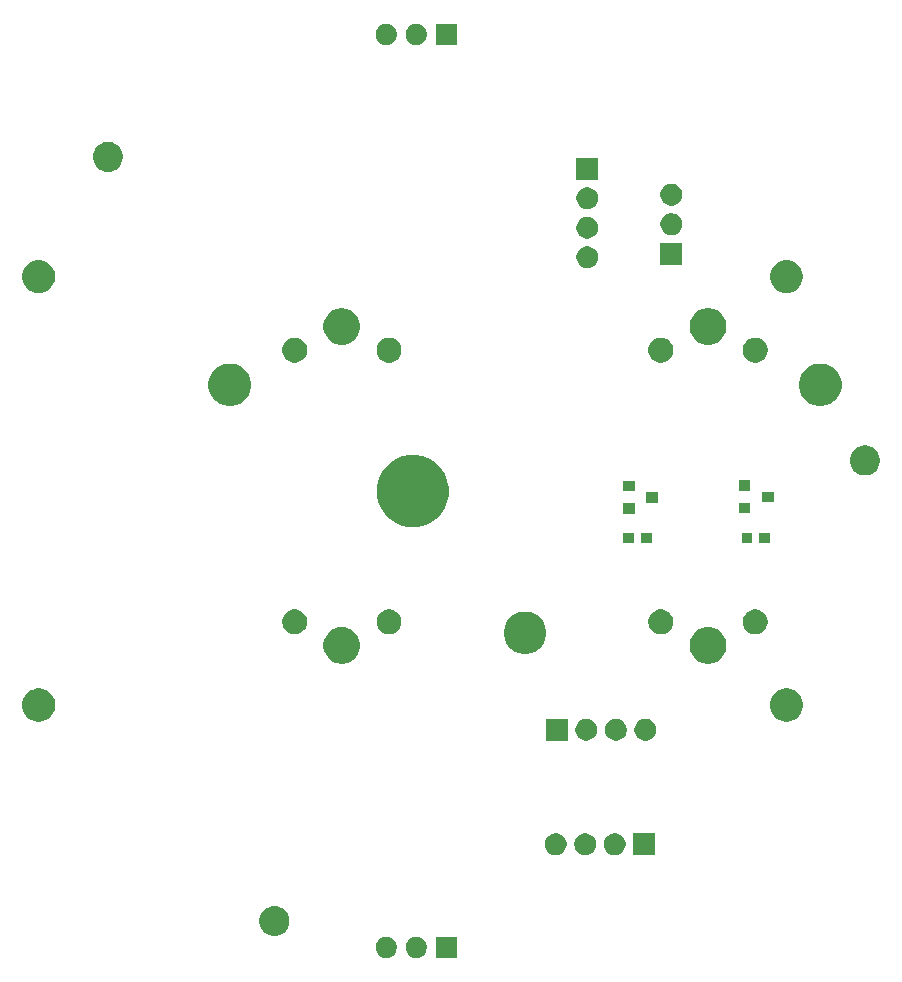
<source format=gbr>
G04 #@! TF.GenerationSoftware,KiCad,Pcbnew,(5.1.5)-3*
G04 #@! TF.CreationDate,2020-09-03T14:04:58+02:00*
G04 #@! TF.ProjectId,StepperClockMotor,53746570-7065-4724-936c-6f636b4d6f74,v1.1*
G04 #@! TF.SameCoordinates,Original*
G04 #@! TF.FileFunction,Soldermask,Bot*
G04 #@! TF.FilePolarity,Negative*
%FSLAX46Y46*%
G04 Gerber Fmt 4.6, Leading zero omitted, Abs format (unit mm)*
G04 Created by KiCad (PCBNEW (5.1.5)-3) date 2020-09-03 14:04:58*
%MOMM*%
%LPD*%
G04 APERTURE LIST*
%ADD10C,0.100000*%
G04 APERTURE END LIST*
D10*
G36*
X98411312Y-180654667D02*
G01*
X98560612Y-180684364D01*
X98724584Y-180752284D01*
X98872154Y-180850887D01*
X98997653Y-180976386D01*
X99096256Y-181123956D01*
X99164176Y-181287928D01*
X99198800Y-181461999D01*
X99198800Y-181639481D01*
X99164176Y-181813552D01*
X99096256Y-181977524D01*
X98997653Y-182125094D01*
X98872154Y-182250593D01*
X98724584Y-182349196D01*
X98560612Y-182417116D01*
X98411312Y-182446813D01*
X98386542Y-182451740D01*
X98209058Y-182451740D01*
X98184288Y-182446813D01*
X98034988Y-182417116D01*
X97871016Y-182349196D01*
X97723446Y-182250593D01*
X97597947Y-182125094D01*
X97499344Y-181977524D01*
X97431424Y-181813552D01*
X97396800Y-181639481D01*
X97396800Y-181461999D01*
X97431424Y-181287928D01*
X97499344Y-181123956D01*
X97597947Y-180976386D01*
X97723446Y-180850887D01*
X97871016Y-180752284D01*
X98034988Y-180684364D01*
X98184288Y-180654667D01*
X98209058Y-180649740D01*
X98386542Y-180649740D01*
X98411312Y-180654667D01*
G37*
G36*
X100951312Y-180654667D02*
G01*
X101100612Y-180684364D01*
X101264584Y-180752284D01*
X101412154Y-180850887D01*
X101537653Y-180976386D01*
X101636256Y-181123956D01*
X101704176Y-181287928D01*
X101738800Y-181461999D01*
X101738800Y-181639481D01*
X101704176Y-181813552D01*
X101636256Y-181977524D01*
X101537653Y-182125094D01*
X101412154Y-182250593D01*
X101264584Y-182349196D01*
X101100612Y-182417116D01*
X100951312Y-182446813D01*
X100926542Y-182451740D01*
X100749058Y-182451740D01*
X100724288Y-182446813D01*
X100574988Y-182417116D01*
X100411016Y-182349196D01*
X100263446Y-182250593D01*
X100137947Y-182125094D01*
X100039344Y-181977524D01*
X99971424Y-181813552D01*
X99936800Y-181639481D01*
X99936800Y-181461999D01*
X99971424Y-181287928D01*
X100039344Y-181123956D01*
X100137947Y-180976386D01*
X100263446Y-180850887D01*
X100411016Y-180752284D01*
X100574988Y-180684364D01*
X100724288Y-180654667D01*
X100749058Y-180649740D01*
X100926542Y-180649740D01*
X100951312Y-180654667D01*
G37*
G36*
X104278800Y-182451740D02*
G01*
X102476800Y-182451740D01*
X102476800Y-180649740D01*
X104278800Y-180649740D01*
X104278800Y-182451740D01*
G37*
G36*
X89083565Y-178075143D02*
G01*
X89206245Y-178099545D01*
X89437371Y-178195281D01*
X89645378Y-178334267D01*
X89822273Y-178511162D01*
X89961259Y-178719169D01*
X90056995Y-178950295D01*
X90105800Y-179195656D01*
X90105800Y-179445824D01*
X90056995Y-179691185D01*
X89961259Y-179922311D01*
X89822273Y-180130318D01*
X89645378Y-180307213D01*
X89437371Y-180446199D01*
X89206245Y-180541935D01*
X89083564Y-180566338D01*
X88960885Y-180590740D01*
X88710715Y-180590740D01*
X88588036Y-180566338D01*
X88465355Y-180541935D01*
X88234229Y-180446199D01*
X88026222Y-180307213D01*
X87849327Y-180130318D01*
X87710341Y-179922311D01*
X87614605Y-179691185D01*
X87565800Y-179445824D01*
X87565800Y-179195656D01*
X87614605Y-178950295D01*
X87710341Y-178719169D01*
X87849327Y-178511162D01*
X88026222Y-178334267D01*
X88234229Y-178195281D01*
X88465355Y-178099545D01*
X88588035Y-178075143D01*
X88710715Y-178050740D01*
X88960885Y-178050740D01*
X89083565Y-178075143D01*
G37*
G36*
X117905904Y-171930325D02*
G01*
X118074426Y-172000129D01*
X118226091Y-172101468D01*
X118355072Y-172230449D01*
X118456411Y-172382114D01*
X118526215Y-172550636D01*
X118561800Y-172729537D01*
X118561800Y-172911943D01*
X118526215Y-173090844D01*
X118456411Y-173259366D01*
X118355072Y-173411031D01*
X118226091Y-173540012D01*
X118074426Y-173641351D01*
X117905904Y-173711155D01*
X117727003Y-173746740D01*
X117544597Y-173746740D01*
X117365696Y-173711155D01*
X117197174Y-173641351D01*
X117045509Y-173540012D01*
X116916528Y-173411031D01*
X116815189Y-173259366D01*
X116745385Y-173090844D01*
X116709800Y-172911943D01*
X116709800Y-172729537D01*
X116745385Y-172550636D01*
X116815189Y-172382114D01*
X116916528Y-172230449D01*
X117045509Y-172101468D01*
X117197174Y-172000129D01*
X117365696Y-171930325D01*
X117544597Y-171894740D01*
X117727003Y-171894740D01*
X117905904Y-171930325D01*
G37*
G36*
X115405904Y-171930325D02*
G01*
X115574426Y-172000129D01*
X115726091Y-172101468D01*
X115855072Y-172230449D01*
X115956411Y-172382114D01*
X116026215Y-172550636D01*
X116061800Y-172729537D01*
X116061800Y-172911943D01*
X116026215Y-173090844D01*
X115956411Y-173259366D01*
X115855072Y-173411031D01*
X115726091Y-173540012D01*
X115574426Y-173641351D01*
X115405904Y-173711155D01*
X115227003Y-173746740D01*
X115044597Y-173746740D01*
X114865696Y-173711155D01*
X114697174Y-173641351D01*
X114545509Y-173540012D01*
X114416528Y-173411031D01*
X114315189Y-173259366D01*
X114245385Y-173090844D01*
X114209800Y-172911943D01*
X114209800Y-172729537D01*
X114245385Y-172550636D01*
X114315189Y-172382114D01*
X114416528Y-172230449D01*
X114545509Y-172101468D01*
X114697174Y-172000129D01*
X114865696Y-171930325D01*
X115044597Y-171894740D01*
X115227003Y-171894740D01*
X115405904Y-171930325D01*
G37*
G36*
X112905904Y-171930325D02*
G01*
X113074426Y-172000129D01*
X113226091Y-172101468D01*
X113355072Y-172230449D01*
X113456411Y-172382114D01*
X113526215Y-172550636D01*
X113561800Y-172729537D01*
X113561800Y-172911943D01*
X113526215Y-173090844D01*
X113456411Y-173259366D01*
X113355072Y-173411031D01*
X113226091Y-173540012D01*
X113074426Y-173641351D01*
X112905904Y-173711155D01*
X112727003Y-173746740D01*
X112544597Y-173746740D01*
X112365696Y-173711155D01*
X112197174Y-173641351D01*
X112045509Y-173540012D01*
X111916528Y-173411031D01*
X111815189Y-173259366D01*
X111745385Y-173090844D01*
X111709800Y-172911943D01*
X111709800Y-172729537D01*
X111745385Y-172550636D01*
X111815189Y-172382114D01*
X111916528Y-172230449D01*
X112045509Y-172101468D01*
X112197174Y-172000129D01*
X112365696Y-171930325D01*
X112544597Y-171894740D01*
X112727003Y-171894740D01*
X112905904Y-171930325D01*
G37*
G36*
X121061800Y-173746740D02*
G01*
X119209800Y-173746740D01*
X119209800Y-171894740D01*
X121061800Y-171894740D01*
X121061800Y-173746740D01*
G37*
G36*
X120505904Y-162230325D02*
G01*
X120674426Y-162300129D01*
X120826091Y-162401468D01*
X120955072Y-162530449D01*
X121056411Y-162682114D01*
X121126215Y-162850636D01*
X121161800Y-163029537D01*
X121161800Y-163211943D01*
X121126215Y-163390844D01*
X121056411Y-163559366D01*
X120955072Y-163711031D01*
X120826091Y-163840012D01*
X120674426Y-163941351D01*
X120505904Y-164011155D01*
X120327003Y-164046740D01*
X120144597Y-164046740D01*
X119965696Y-164011155D01*
X119797174Y-163941351D01*
X119645509Y-163840012D01*
X119516528Y-163711031D01*
X119415189Y-163559366D01*
X119345385Y-163390844D01*
X119309800Y-163211943D01*
X119309800Y-163029537D01*
X119345385Y-162850636D01*
X119415189Y-162682114D01*
X119516528Y-162530449D01*
X119645509Y-162401468D01*
X119797174Y-162300129D01*
X119965696Y-162230325D01*
X120144597Y-162194740D01*
X120327003Y-162194740D01*
X120505904Y-162230325D01*
G37*
G36*
X113661800Y-164046740D02*
G01*
X111809800Y-164046740D01*
X111809800Y-162194740D01*
X113661800Y-162194740D01*
X113661800Y-164046740D01*
G37*
G36*
X115505904Y-162230325D02*
G01*
X115674426Y-162300129D01*
X115826091Y-162401468D01*
X115955072Y-162530449D01*
X116056411Y-162682114D01*
X116126215Y-162850636D01*
X116161800Y-163029537D01*
X116161800Y-163211943D01*
X116126215Y-163390844D01*
X116056411Y-163559366D01*
X115955072Y-163711031D01*
X115826091Y-163840012D01*
X115674426Y-163941351D01*
X115505904Y-164011155D01*
X115327003Y-164046740D01*
X115144597Y-164046740D01*
X114965696Y-164011155D01*
X114797174Y-163941351D01*
X114645509Y-163840012D01*
X114516528Y-163711031D01*
X114415189Y-163559366D01*
X114345385Y-163390844D01*
X114309800Y-163211943D01*
X114309800Y-163029537D01*
X114345385Y-162850636D01*
X114415189Y-162682114D01*
X114516528Y-162530449D01*
X114645509Y-162401468D01*
X114797174Y-162300129D01*
X114965696Y-162230325D01*
X115144597Y-162194740D01*
X115327003Y-162194740D01*
X115505904Y-162230325D01*
G37*
G36*
X118005904Y-162230325D02*
G01*
X118174426Y-162300129D01*
X118326091Y-162401468D01*
X118455072Y-162530449D01*
X118556411Y-162682114D01*
X118626215Y-162850636D01*
X118661800Y-163029537D01*
X118661800Y-163211943D01*
X118626215Y-163390844D01*
X118556411Y-163559366D01*
X118455072Y-163711031D01*
X118326091Y-163840012D01*
X118174426Y-163941351D01*
X118005904Y-164011155D01*
X117827003Y-164046740D01*
X117644597Y-164046740D01*
X117465696Y-164011155D01*
X117297174Y-163941351D01*
X117145509Y-163840012D01*
X117016528Y-163711031D01*
X116915189Y-163559366D01*
X116845385Y-163390844D01*
X116809800Y-163211943D01*
X116809800Y-163029537D01*
X116845385Y-162850636D01*
X116915189Y-162682114D01*
X117016528Y-162530449D01*
X117145509Y-162401468D01*
X117297174Y-162300129D01*
X117465696Y-162230325D01*
X117644597Y-162194740D01*
X117827003Y-162194740D01*
X118005904Y-162230325D01*
G37*
G36*
X69184233Y-159665633D02*
G01*
X69274457Y-159683579D01*
X69380067Y-159727325D01*
X69529421Y-159789189D01*
X69529422Y-159789190D01*
X69758886Y-159942512D01*
X69954028Y-160137654D01*
X70056475Y-160290977D01*
X70107351Y-160367119D01*
X70212961Y-160622084D01*
X70266800Y-160892752D01*
X70266800Y-161168728D01*
X70212961Y-161439396D01*
X70107351Y-161694361D01*
X70107350Y-161694362D01*
X69954028Y-161923826D01*
X69758886Y-162118968D01*
X69645484Y-162194740D01*
X69529421Y-162272291D01*
X69380067Y-162334155D01*
X69274457Y-162377901D01*
X69184233Y-162395847D01*
X69003788Y-162431740D01*
X68727812Y-162431740D01*
X68547367Y-162395847D01*
X68457143Y-162377901D01*
X68351533Y-162334155D01*
X68202179Y-162272291D01*
X68086116Y-162194740D01*
X67972714Y-162118968D01*
X67777572Y-161923826D01*
X67624250Y-161694362D01*
X67624249Y-161694361D01*
X67518639Y-161439396D01*
X67464800Y-161168728D01*
X67464800Y-160892752D01*
X67518639Y-160622084D01*
X67624249Y-160367119D01*
X67675125Y-160290977D01*
X67777572Y-160137654D01*
X67972714Y-159942512D01*
X68202178Y-159789190D01*
X68202179Y-159789189D01*
X68351533Y-159727325D01*
X68457143Y-159683579D01*
X68547367Y-159665633D01*
X68727812Y-159629740D01*
X69003788Y-159629740D01*
X69184233Y-159665633D01*
G37*
G36*
X132504233Y-159665633D02*
G01*
X132594457Y-159683579D01*
X132700067Y-159727325D01*
X132849421Y-159789189D01*
X132849422Y-159789190D01*
X133078886Y-159942512D01*
X133274028Y-160137654D01*
X133376475Y-160290977D01*
X133427351Y-160367119D01*
X133532961Y-160622084D01*
X133586800Y-160892752D01*
X133586800Y-161168728D01*
X133532961Y-161439396D01*
X133427351Y-161694361D01*
X133427350Y-161694362D01*
X133274028Y-161923826D01*
X133078886Y-162118968D01*
X132965484Y-162194740D01*
X132849421Y-162272291D01*
X132700067Y-162334155D01*
X132594457Y-162377901D01*
X132504233Y-162395847D01*
X132323788Y-162431740D01*
X132047812Y-162431740D01*
X131867367Y-162395847D01*
X131777143Y-162377901D01*
X131671533Y-162334155D01*
X131522179Y-162272291D01*
X131406116Y-162194740D01*
X131292714Y-162118968D01*
X131097572Y-161923826D01*
X130944250Y-161694362D01*
X130944249Y-161694361D01*
X130838639Y-161439396D01*
X130784800Y-161168728D01*
X130784800Y-160892752D01*
X130838639Y-160622084D01*
X130944249Y-160367119D01*
X130995125Y-160290977D01*
X131097572Y-160137654D01*
X131292714Y-159942512D01*
X131522178Y-159789190D01*
X131522179Y-159789189D01*
X131671533Y-159727325D01*
X131777143Y-159683579D01*
X131867367Y-159665633D01*
X132047812Y-159629740D01*
X132323788Y-159629740D01*
X132504233Y-159665633D01*
G37*
G36*
X94838385Y-154459542D02*
G01*
X94988210Y-154489344D01*
X95270474Y-154606261D01*
X95524505Y-154775999D01*
X95740541Y-154992035D01*
X95910279Y-155246066D01*
X96027196Y-155528330D01*
X96086800Y-155827980D01*
X96086800Y-156133500D01*
X96027196Y-156433150D01*
X95910279Y-156715414D01*
X95740541Y-156969445D01*
X95524505Y-157185481D01*
X95270474Y-157355219D01*
X94988210Y-157472136D01*
X94838385Y-157501938D01*
X94688561Y-157531740D01*
X94383039Y-157531740D01*
X94233215Y-157501938D01*
X94083390Y-157472136D01*
X93801126Y-157355219D01*
X93547095Y-157185481D01*
X93331059Y-156969445D01*
X93161321Y-156715414D01*
X93044404Y-156433150D01*
X92984800Y-156133500D01*
X92984800Y-155827980D01*
X93044404Y-155528330D01*
X93161321Y-155246066D01*
X93331059Y-154992035D01*
X93547095Y-154775999D01*
X93801126Y-154606261D01*
X94083390Y-154489344D01*
X94233215Y-154459542D01*
X94383039Y-154429740D01*
X94688561Y-154429740D01*
X94838385Y-154459542D01*
G37*
G36*
X125838385Y-154459542D02*
G01*
X125988210Y-154489344D01*
X126270474Y-154606261D01*
X126524505Y-154775999D01*
X126740541Y-154992035D01*
X126910279Y-155246066D01*
X127027196Y-155528330D01*
X127086800Y-155827980D01*
X127086800Y-156133500D01*
X127027196Y-156433150D01*
X126910279Y-156715414D01*
X126740541Y-156969445D01*
X126524505Y-157185481D01*
X126270474Y-157355219D01*
X125988210Y-157472136D01*
X125838385Y-157501938D01*
X125688561Y-157531740D01*
X125383039Y-157531740D01*
X125233215Y-157501938D01*
X125083390Y-157472136D01*
X124801126Y-157355219D01*
X124547095Y-157185481D01*
X124331059Y-156969445D01*
X124161321Y-156715414D01*
X124044404Y-156433150D01*
X123984800Y-156133500D01*
X123984800Y-155827980D01*
X124044404Y-155528330D01*
X124161321Y-155246066D01*
X124331059Y-154992035D01*
X124547095Y-154775999D01*
X124801126Y-154606261D01*
X125083390Y-154489344D01*
X125233215Y-154459542D01*
X125383039Y-154429740D01*
X125688561Y-154429740D01*
X125838385Y-154459542D01*
G37*
G36*
X110571131Y-153188951D02*
G01*
X110898892Y-153324714D01*
X111193870Y-153521812D01*
X111444728Y-153772670D01*
X111641826Y-154067648D01*
X111777589Y-154395409D01*
X111846800Y-154743356D01*
X111846800Y-155098124D01*
X111777589Y-155446071D01*
X111641826Y-155773832D01*
X111444728Y-156068810D01*
X111193870Y-156319668D01*
X110898892Y-156516766D01*
X110571131Y-156652529D01*
X110223184Y-156721740D01*
X109868416Y-156721740D01*
X109520469Y-156652529D01*
X109192708Y-156516766D01*
X108897730Y-156319668D01*
X108646872Y-156068810D01*
X108449774Y-155773832D01*
X108314011Y-155446071D01*
X108244800Y-155098124D01*
X108244800Y-154743356D01*
X108314011Y-154395409D01*
X108449774Y-154067648D01*
X108646872Y-153772670D01*
X108897730Y-153521812D01*
X109192708Y-153324714D01*
X109520469Y-153188951D01*
X109868416Y-153119740D01*
X110223184Y-153119740D01*
X110571131Y-153188951D01*
G37*
G36*
X90842364Y-152970129D02*
G01*
X91033633Y-153049355D01*
X91033635Y-153049356D01*
X91138972Y-153119740D01*
X91205773Y-153164375D01*
X91352165Y-153310767D01*
X91467185Y-153482907D01*
X91546411Y-153674176D01*
X91586800Y-153877224D01*
X91586800Y-154084256D01*
X91546411Y-154287304D01*
X91487412Y-154429740D01*
X91467184Y-154478575D01*
X91352165Y-154650713D01*
X91205773Y-154797105D01*
X91033635Y-154912124D01*
X91033634Y-154912125D01*
X91033633Y-154912125D01*
X90842364Y-154991351D01*
X90639316Y-155031740D01*
X90432284Y-155031740D01*
X90229236Y-154991351D01*
X90037967Y-154912125D01*
X90037966Y-154912125D01*
X90037965Y-154912124D01*
X89865827Y-154797105D01*
X89719435Y-154650713D01*
X89604416Y-154478575D01*
X89584188Y-154429740D01*
X89525189Y-154287304D01*
X89484800Y-154084256D01*
X89484800Y-153877224D01*
X89525189Y-153674176D01*
X89604415Y-153482907D01*
X89719435Y-153310767D01*
X89865827Y-153164375D01*
X89932628Y-153119740D01*
X90037965Y-153049356D01*
X90037967Y-153049355D01*
X90229236Y-152970129D01*
X90432284Y-152929740D01*
X90639316Y-152929740D01*
X90842364Y-152970129D01*
G37*
G36*
X98842364Y-152970129D02*
G01*
X99033633Y-153049355D01*
X99033635Y-153049356D01*
X99138972Y-153119740D01*
X99205773Y-153164375D01*
X99352165Y-153310767D01*
X99467185Y-153482907D01*
X99546411Y-153674176D01*
X99586800Y-153877224D01*
X99586800Y-154084256D01*
X99546411Y-154287304D01*
X99487412Y-154429740D01*
X99467184Y-154478575D01*
X99352165Y-154650713D01*
X99205773Y-154797105D01*
X99033635Y-154912124D01*
X99033634Y-154912125D01*
X99033633Y-154912125D01*
X98842364Y-154991351D01*
X98639316Y-155031740D01*
X98432284Y-155031740D01*
X98229236Y-154991351D01*
X98037967Y-154912125D01*
X98037966Y-154912125D01*
X98037965Y-154912124D01*
X97865827Y-154797105D01*
X97719435Y-154650713D01*
X97604416Y-154478575D01*
X97584188Y-154429740D01*
X97525189Y-154287304D01*
X97484800Y-154084256D01*
X97484800Y-153877224D01*
X97525189Y-153674176D01*
X97604415Y-153482907D01*
X97719435Y-153310767D01*
X97865827Y-153164375D01*
X97932628Y-153119740D01*
X98037965Y-153049356D01*
X98037967Y-153049355D01*
X98229236Y-152970129D01*
X98432284Y-152929740D01*
X98639316Y-152929740D01*
X98842364Y-152970129D01*
G37*
G36*
X121842364Y-152970129D02*
G01*
X122033633Y-153049355D01*
X122033635Y-153049356D01*
X122138972Y-153119740D01*
X122205773Y-153164375D01*
X122352165Y-153310767D01*
X122467185Y-153482907D01*
X122546411Y-153674176D01*
X122586800Y-153877224D01*
X122586800Y-154084256D01*
X122546411Y-154287304D01*
X122487412Y-154429740D01*
X122467184Y-154478575D01*
X122352165Y-154650713D01*
X122205773Y-154797105D01*
X122033635Y-154912124D01*
X122033634Y-154912125D01*
X122033633Y-154912125D01*
X121842364Y-154991351D01*
X121639316Y-155031740D01*
X121432284Y-155031740D01*
X121229236Y-154991351D01*
X121037967Y-154912125D01*
X121037966Y-154912125D01*
X121037965Y-154912124D01*
X120865827Y-154797105D01*
X120719435Y-154650713D01*
X120604416Y-154478575D01*
X120584188Y-154429740D01*
X120525189Y-154287304D01*
X120484800Y-154084256D01*
X120484800Y-153877224D01*
X120525189Y-153674176D01*
X120604415Y-153482907D01*
X120719435Y-153310767D01*
X120865827Y-153164375D01*
X120932628Y-153119740D01*
X121037965Y-153049356D01*
X121037967Y-153049355D01*
X121229236Y-152970129D01*
X121432284Y-152929740D01*
X121639316Y-152929740D01*
X121842364Y-152970129D01*
G37*
G36*
X129842364Y-152970129D02*
G01*
X130033633Y-153049355D01*
X130033635Y-153049356D01*
X130138972Y-153119740D01*
X130205773Y-153164375D01*
X130352165Y-153310767D01*
X130467185Y-153482907D01*
X130546411Y-153674176D01*
X130586800Y-153877224D01*
X130586800Y-154084256D01*
X130546411Y-154287304D01*
X130487412Y-154429740D01*
X130467184Y-154478575D01*
X130352165Y-154650713D01*
X130205773Y-154797105D01*
X130033635Y-154912124D01*
X130033634Y-154912125D01*
X130033633Y-154912125D01*
X129842364Y-154991351D01*
X129639316Y-155031740D01*
X129432284Y-155031740D01*
X129229236Y-154991351D01*
X129037967Y-154912125D01*
X129037966Y-154912125D01*
X129037965Y-154912124D01*
X128865827Y-154797105D01*
X128719435Y-154650713D01*
X128604416Y-154478575D01*
X128584188Y-154429740D01*
X128525189Y-154287304D01*
X128484800Y-154084256D01*
X128484800Y-153877224D01*
X128525189Y-153674176D01*
X128604415Y-153482907D01*
X128719435Y-153310767D01*
X128865827Y-153164375D01*
X128932628Y-153119740D01*
X129037965Y-153049356D01*
X129037967Y-153049355D01*
X129229236Y-152970129D01*
X129432284Y-152929740D01*
X129639316Y-152929740D01*
X129842364Y-152970129D01*
G37*
G36*
X120756800Y-147286740D02*
G01*
X119854800Y-147286740D01*
X119854800Y-146434740D01*
X120756800Y-146434740D01*
X120756800Y-147286740D01*
G37*
G36*
X119256800Y-147286740D02*
G01*
X118354800Y-147286740D01*
X118354800Y-146434740D01*
X119256800Y-146434740D01*
X119256800Y-147286740D01*
G37*
G36*
X130796800Y-147286740D02*
G01*
X129894800Y-147286740D01*
X129894800Y-146434740D01*
X130796800Y-146434740D01*
X130796800Y-147286740D01*
G37*
G36*
X129296800Y-147286740D02*
G01*
X128394800Y-147286740D01*
X128394800Y-146434740D01*
X129296800Y-146434740D01*
X129296800Y-147286740D01*
G37*
G36*
X101425743Y-139986988D02*
G01*
X101980989Y-140216978D01*
X101980990Y-140216979D01*
X102480699Y-140550874D01*
X102905666Y-140975841D01*
X103008884Y-141130318D01*
X103239562Y-141475551D01*
X103469552Y-142030797D01*
X103586800Y-142620241D01*
X103586800Y-143221239D01*
X103469552Y-143810683D01*
X103239562Y-144365929D01*
X103239561Y-144365930D01*
X102905666Y-144865639D01*
X102480699Y-145290606D01*
X102229147Y-145458688D01*
X101980989Y-145624502D01*
X101425743Y-145854492D01*
X100836299Y-145971740D01*
X100235301Y-145971740D01*
X99645857Y-145854492D01*
X99090611Y-145624502D01*
X98842453Y-145458688D01*
X98590901Y-145290606D01*
X98165934Y-144865639D01*
X97832039Y-144365930D01*
X97832038Y-144365929D01*
X97602048Y-143810683D01*
X97484800Y-143221239D01*
X97484800Y-142620241D01*
X97602048Y-142030797D01*
X97832038Y-141475551D01*
X98062716Y-141130318D01*
X98165934Y-140975841D01*
X98590901Y-140550874D01*
X99090610Y-140216979D01*
X99090611Y-140216978D01*
X99645857Y-139986988D01*
X100235301Y-139869740D01*
X100836299Y-139869740D01*
X101425743Y-139986988D01*
G37*
G36*
X119316800Y-144851740D02*
G01*
X118314800Y-144851740D01*
X118314800Y-143949740D01*
X119316800Y-143949740D01*
X119316800Y-144851740D01*
G37*
G36*
X129136800Y-144811740D02*
G01*
X128134800Y-144811740D01*
X128134800Y-143909740D01*
X129136800Y-143909740D01*
X129136800Y-144811740D01*
G37*
G36*
X121316800Y-143901740D02*
G01*
X120314800Y-143901740D01*
X120314800Y-142999740D01*
X121316800Y-142999740D01*
X121316800Y-143901740D01*
G37*
G36*
X131136800Y-143861740D02*
G01*
X130134800Y-143861740D01*
X130134800Y-142959740D01*
X131136800Y-142959740D01*
X131136800Y-143861740D01*
G37*
G36*
X119316800Y-142951740D02*
G01*
X118314800Y-142951740D01*
X118314800Y-142049740D01*
X119316800Y-142049740D01*
X119316800Y-142951740D01*
G37*
G36*
X129136800Y-142911740D02*
G01*
X128134800Y-142911740D01*
X128134800Y-142009740D01*
X129136800Y-142009740D01*
X129136800Y-142911740D01*
G37*
G36*
X139083564Y-139075142D02*
G01*
X139206245Y-139099545D01*
X139437371Y-139195281D01*
X139645378Y-139334267D01*
X139822273Y-139511162D01*
X139961259Y-139719169D01*
X140056995Y-139950295D01*
X140105800Y-140195656D01*
X140105800Y-140445824D01*
X140056995Y-140691185D01*
X139961259Y-140922311D01*
X139822273Y-141130318D01*
X139645378Y-141307213D01*
X139437371Y-141446199D01*
X139206245Y-141541935D01*
X139083564Y-141566338D01*
X138960885Y-141590740D01*
X138710715Y-141590740D01*
X138588036Y-141566338D01*
X138465355Y-141541935D01*
X138234229Y-141446199D01*
X138026222Y-141307213D01*
X137849327Y-141130318D01*
X137710341Y-140922311D01*
X137614605Y-140691185D01*
X137565800Y-140445824D01*
X137565800Y-140195656D01*
X137614605Y-139950295D01*
X137710341Y-139719169D01*
X137849327Y-139511162D01*
X138026222Y-139334267D01*
X138234229Y-139195281D01*
X138465355Y-139099545D01*
X138588036Y-139075142D01*
X138710715Y-139050740D01*
X138960885Y-139050740D01*
X139083564Y-139075142D01*
G37*
G36*
X85571131Y-132188951D02*
G01*
X85898892Y-132324714D01*
X86193870Y-132521812D01*
X86444728Y-132772670D01*
X86641826Y-133067648D01*
X86777589Y-133395409D01*
X86846800Y-133743356D01*
X86846800Y-134098124D01*
X86777589Y-134446071D01*
X86641826Y-134773832D01*
X86444728Y-135068810D01*
X86193870Y-135319668D01*
X85898892Y-135516766D01*
X85571131Y-135652529D01*
X85223184Y-135721740D01*
X84868416Y-135721740D01*
X84520469Y-135652529D01*
X84192708Y-135516766D01*
X83897730Y-135319668D01*
X83646872Y-135068810D01*
X83449774Y-134773832D01*
X83314011Y-134446071D01*
X83244800Y-134098124D01*
X83244800Y-133743356D01*
X83314011Y-133395409D01*
X83449774Y-133067648D01*
X83646872Y-132772670D01*
X83897730Y-132521812D01*
X84192708Y-132324714D01*
X84520469Y-132188951D01*
X84868416Y-132119740D01*
X85223184Y-132119740D01*
X85571131Y-132188951D01*
G37*
G36*
X135571131Y-132188951D02*
G01*
X135898892Y-132324714D01*
X136193870Y-132521812D01*
X136444728Y-132772670D01*
X136641826Y-133067648D01*
X136777589Y-133395409D01*
X136846800Y-133743356D01*
X136846800Y-134098124D01*
X136777589Y-134446071D01*
X136641826Y-134773832D01*
X136444728Y-135068810D01*
X136193870Y-135319668D01*
X135898892Y-135516766D01*
X135571131Y-135652529D01*
X135223184Y-135721740D01*
X134868416Y-135721740D01*
X134520469Y-135652529D01*
X134192708Y-135516766D01*
X133897730Y-135319668D01*
X133646872Y-135068810D01*
X133449774Y-134773832D01*
X133314011Y-134446071D01*
X133244800Y-134098124D01*
X133244800Y-133743356D01*
X133314011Y-133395409D01*
X133449774Y-133067648D01*
X133646872Y-132772670D01*
X133897730Y-132521812D01*
X134192708Y-132324714D01*
X134520469Y-132188951D01*
X134868416Y-132119740D01*
X135223184Y-132119740D01*
X135571131Y-132188951D01*
G37*
G36*
X90842364Y-129970129D02*
G01*
X91033633Y-130049355D01*
X91033635Y-130049356D01*
X91205773Y-130164375D01*
X91352165Y-130310767D01*
X91467185Y-130482907D01*
X91546411Y-130674176D01*
X91586800Y-130877224D01*
X91586800Y-131084256D01*
X91546411Y-131287304D01*
X91467185Y-131478573D01*
X91467184Y-131478575D01*
X91352165Y-131650713D01*
X91205773Y-131797105D01*
X91033635Y-131912124D01*
X91033634Y-131912125D01*
X91033633Y-131912125D01*
X90842364Y-131991351D01*
X90639316Y-132031740D01*
X90432284Y-132031740D01*
X90229236Y-131991351D01*
X90037967Y-131912125D01*
X90037966Y-131912125D01*
X90037965Y-131912124D01*
X89865827Y-131797105D01*
X89719435Y-131650713D01*
X89604416Y-131478575D01*
X89604415Y-131478573D01*
X89525189Y-131287304D01*
X89484800Y-131084256D01*
X89484800Y-130877224D01*
X89525189Y-130674176D01*
X89604415Y-130482907D01*
X89719435Y-130310767D01*
X89865827Y-130164375D01*
X90037965Y-130049356D01*
X90037967Y-130049355D01*
X90229236Y-129970129D01*
X90432284Y-129929740D01*
X90639316Y-129929740D01*
X90842364Y-129970129D01*
G37*
G36*
X98842364Y-129970129D02*
G01*
X99033633Y-130049355D01*
X99033635Y-130049356D01*
X99205773Y-130164375D01*
X99352165Y-130310767D01*
X99467185Y-130482907D01*
X99546411Y-130674176D01*
X99586800Y-130877224D01*
X99586800Y-131084256D01*
X99546411Y-131287304D01*
X99467185Y-131478573D01*
X99467184Y-131478575D01*
X99352165Y-131650713D01*
X99205773Y-131797105D01*
X99033635Y-131912124D01*
X99033634Y-131912125D01*
X99033633Y-131912125D01*
X98842364Y-131991351D01*
X98639316Y-132031740D01*
X98432284Y-132031740D01*
X98229236Y-131991351D01*
X98037967Y-131912125D01*
X98037966Y-131912125D01*
X98037965Y-131912124D01*
X97865827Y-131797105D01*
X97719435Y-131650713D01*
X97604416Y-131478575D01*
X97604415Y-131478573D01*
X97525189Y-131287304D01*
X97484800Y-131084256D01*
X97484800Y-130877224D01*
X97525189Y-130674176D01*
X97604415Y-130482907D01*
X97719435Y-130310767D01*
X97865827Y-130164375D01*
X98037965Y-130049356D01*
X98037967Y-130049355D01*
X98229236Y-129970129D01*
X98432284Y-129929740D01*
X98639316Y-129929740D01*
X98842364Y-129970129D01*
G37*
G36*
X121842364Y-129970129D02*
G01*
X122033633Y-130049355D01*
X122033635Y-130049356D01*
X122205773Y-130164375D01*
X122352165Y-130310767D01*
X122467185Y-130482907D01*
X122546411Y-130674176D01*
X122586800Y-130877224D01*
X122586800Y-131084256D01*
X122546411Y-131287304D01*
X122467185Y-131478573D01*
X122467184Y-131478575D01*
X122352165Y-131650713D01*
X122205773Y-131797105D01*
X122033635Y-131912124D01*
X122033634Y-131912125D01*
X122033633Y-131912125D01*
X121842364Y-131991351D01*
X121639316Y-132031740D01*
X121432284Y-132031740D01*
X121229236Y-131991351D01*
X121037967Y-131912125D01*
X121037966Y-131912125D01*
X121037965Y-131912124D01*
X120865827Y-131797105D01*
X120719435Y-131650713D01*
X120604416Y-131478575D01*
X120604415Y-131478573D01*
X120525189Y-131287304D01*
X120484800Y-131084256D01*
X120484800Y-130877224D01*
X120525189Y-130674176D01*
X120604415Y-130482907D01*
X120719435Y-130310767D01*
X120865827Y-130164375D01*
X121037965Y-130049356D01*
X121037967Y-130049355D01*
X121229236Y-129970129D01*
X121432284Y-129929740D01*
X121639316Y-129929740D01*
X121842364Y-129970129D01*
G37*
G36*
X129842364Y-129970129D02*
G01*
X130033633Y-130049355D01*
X130033635Y-130049356D01*
X130205773Y-130164375D01*
X130352165Y-130310767D01*
X130467185Y-130482907D01*
X130546411Y-130674176D01*
X130586800Y-130877224D01*
X130586800Y-131084256D01*
X130546411Y-131287304D01*
X130467185Y-131478573D01*
X130467184Y-131478575D01*
X130352165Y-131650713D01*
X130205773Y-131797105D01*
X130033635Y-131912124D01*
X130033634Y-131912125D01*
X130033633Y-131912125D01*
X129842364Y-131991351D01*
X129639316Y-132031740D01*
X129432284Y-132031740D01*
X129229236Y-131991351D01*
X129037967Y-131912125D01*
X129037966Y-131912125D01*
X129037965Y-131912124D01*
X128865827Y-131797105D01*
X128719435Y-131650713D01*
X128604416Y-131478575D01*
X128604415Y-131478573D01*
X128525189Y-131287304D01*
X128484800Y-131084256D01*
X128484800Y-130877224D01*
X128525189Y-130674176D01*
X128604415Y-130482907D01*
X128719435Y-130310767D01*
X128865827Y-130164375D01*
X129037965Y-130049356D01*
X129037967Y-130049355D01*
X129229236Y-129970129D01*
X129432284Y-129929740D01*
X129639316Y-129929740D01*
X129842364Y-129970129D01*
G37*
G36*
X125838385Y-127459542D02*
G01*
X125988210Y-127489344D01*
X126270474Y-127606261D01*
X126524505Y-127775999D01*
X126740541Y-127992035D01*
X126910279Y-128246066D01*
X127027196Y-128528330D01*
X127086800Y-128827980D01*
X127086800Y-129133500D01*
X127027196Y-129433150D01*
X126910279Y-129715414D01*
X126740541Y-129969445D01*
X126524505Y-130185481D01*
X126270474Y-130355219D01*
X125988210Y-130472136D01*
X125934070Y-130482905D01*
X125688561Y-130531740D01*
X125383039Y-130531740D01*
X125137530Y-130482905D01*
X125083390Y-130472136D01*
X124801126Y-130355219D01*
X124547095Y-130185481D01*
X124331059Y-129969445D01*
X124161321Y-129715414D01*
X124044404Y-129433150D01*
X123984800Y-129133500D01*
X123984800Y-128827980D01*
X124044404Y-128528330D01*
X124161321Y-128246066D01*
X124331059Y-127992035D01*
X124547095Y-127775999D01*
X124801126Y-127606261D01*
X125083390Y-127489344D01*
X125233215Y-127459542D01*
X125383039Y-127429740D01*
X125688561Y-127429740D01*
X125838385Y-127459542D01*
G37*
G36*
X94838385Y-127459542D02*
G01*
X94988210Y-127489344D01*
X95270474Y-127606261D01*
X95524505Y-127775999D01*
X95740541Y-127992035D01*
X95910279Y-128246066D01*
X96027196Y-128528330D01*
X96086800Y-128827980D01*
X96086800Y-129133500D01*
X96027196Y-129433150D01*
X95910279Y-129715414D01*
X95740541Y-129969445D01*
X95524505Y-130185481D01*
X95270474Y-130355219D01*
X94988210Y-130472136D01*
X94934070Y-130482905D01*
X94688561Y-130531740D01*
X94383039Y-130531740D01*
X94137530Y-130482905D01*
X94083390Y-130472136D01*
X93801126Y-130355219D01*
X93547095Y-130185481D01*
X93331059Y-129969445D01*
X93161321Y-129715414D01*
X93044404Y-129433150D01*
X92984800Y-129133500D01*
X92984800Y-128827980D01*
X93044404Y-128528330D01*
X93161321Y-128246066D01*
X93331059Y-127992035D01*
X93547095Y-127775999D01*
X93801126Y-127606261D01*
X94083390Y-127489344D01*
X94233215Y-127459542D01*
X94383039Y-127429740D01*
X94688561Y-127429740D01*
X94838385Y-127459542D01*
G37*
G36*
X69184233Y-123385633D02*
G01*
X69274457Y-123403579D01*
X69380067Y-123447325D01*
X69529421Y-123509189D01*
X69529422Y-123509190D01*
X69758886Y-123662512D01*
X69954028Y-123857654D01*
X70009952Y-123941351D01*
X70107351Y-124087119D01*
X70212961Y-124342084D01*
X70266800Y-124612752D01*
X70266800Y-124888728D01*
X70212961Y-125159396D01*
X70107351Y-125414361D01*
X70107350Y-125414362D01*
X69954028Y-125643826D01*
X69758886Y-125838968D01*
X69605563Y-125941415D01*
X69529421Y-125992291D01*
X69380067Y-126054155D01*
X69274457Y-126097901D01*
X69184233Y-126115847D01*
X69003788Y-126151740D01*
X68727812Y-126151740D01*
X68547367Y-126115847D01*
X68457143Y-126097901D01*
X68351533Y-126054155D01*
X68202179Y-125992291D01*
X68126037Y-125941415D01*
X67972714Y-125838968D01*
X67777572Y-125643826D01*
X67624250Y-125414362D01*
X67624249Y-125414361D01*
X67518639Y-125159396D01*
X67464800Y-124888728D01*
X67464800Y-124612752D01*
X67518639Y-124342084D01*
X67624249Y-124087119D01*
X67721648Y-123941351D01*
X67777572Y-123857654D01*
X67972714Y-123662512D01*
X68202178Y-123509190D01*
X68202179Y-123509189D01*
X68351533Y-123447325D01*
X68457143Y-123403579D01*
X68547367Y-123385633D01*
X68727812Y-123349740D01*
X69003788Y-123349740D01*
X69184233Y-123385633D01*
G37*
G36*
X132504233Y-123385633D02*
G01*
X132594457Y-123403579D01*
X132700067Y-123447325D01*
X132849421Y-123509189D01*
X132849422Y-123509190D01*
X133078886Y-123662512D01*
X133274028Y-123857654D01*
X133329952Y-123941351D01*
X133427351Y-124087119D01*
X133532961Y-124342084D01*
X133586800Y-124612752D01*
X133586800Y-124888728D01*
X133532961Y-125159396D01*
X133427351Y-125414361D01*
X133427350Y-125414362D01*
X133274028Y-125643826D01*
X133078886Y-125838968D01*
X132925563Y-125941415D01*
X132849421Y-125992291D01*
X132700067Y-126054155D01*
X132594457Y-126097901D01*
X132504233Y-126115847D01*
X132323788Y-126151740D01*
X132047812Y-126151740D01*
X131867367Y-126115847D01*
X131777143Y-126097901D01*
X131671533Y-126054155D01*
X131522179Y-125992291D01*
X131446037Y-125941415D01*
X131292714Y-125838968D01*
X131097572Y-125643826D01*
X130944250Y-125414362D01*
X130944249Y-125414361D01*
X130838639Y-125159396D01*
X130784800Y-124888728D01*
X130784800Y-124612752D01*
X130838639Y-124342084D01*
X130944249Y-124087119D01*
X131041648Y-123941351D01*
X131097572Y-123857654D01*
X131292714Y-123662512D01*
X131522178Y-123509190D01*
X131522179Y-123509189D01*
X131671533Y-123447325D01*
X131777143Y-123403579D01*
X131867367Y-123385633D01*
X132047812Y-123349740D01*
X132323788Y-123349740D01*
X132504233Y-123385633D01*
G37*
G36*
X115585904Y-122230325D02*
G01*
X115754426Y-122300129D01*
X115906091Y-122401468D01*
X116035072Y-122530449D01*
X116136411Y-122682114D01*
X116206215Y-122850636D01*
X116241800Y-123029537D01*
X116241800Y-123211943D01*
X116206215Y-123390844D01*
X116136411Y-123559366D01*
X116035072Y-123711031D01*
X115906091Y-123840012D01*
X115754426Y-123941351D01*
X115585904Y-124011155D01*
X115407003Y-124046740D01*
X115224597Y-124046740D01*
X115045696Y-124011155D01*
X114877174Y-123941351D01*
X114725509Y-123840012D01*
X114596528Y-123711031D01*
X114495189Y-123559366D01*
X114425385Y-123390844D01*
X114389800Y-123211943D01*
X114389800Y-123029537D01*
X114425385Y-122850636D01*
X114495189Y-122682114D01*
X114596528Y-122530449D01*
X114725509Y-122401468D01*
X114877174Y-122300129D01*
X115045696Y-122230325D01*
X115224597Y-122194740D01*
X115407003Y-122194740D01*
X115585904Y-122230325D01*
G37*
G36*
X123361800Y-123746740D02*
G01*
X121509800Y-123746740D01*
X121509800Y-121894740D01*
X123361800Y-121894740D01*
X123361800Y-123746740D01*
G37*
G36*
X115585904Y-119730325D02*
G01*
X115754426Y-119800129D01*
X115906091Y-119901468D01*
X116035072Y-120030449D01*
X116136411Y-120182114D01*
X116206215Y-120350636D01*
X116241800Y-120529537D01*
X116241800Y-120711943D01*
X116206215Y-120890844D01*
X116136411Y-121059366D01*
X116035072Y-121211031D01*
X115906091Y-121340012D01*
X115754426Y-121441351D01*
X115585904Y-121511155D01*
X115407003Y-121546740D01*
X115224597Y-121546740D01*
X115045696Y-121511155D01*
X114877174Y-121441351D01*
X114725509Y-121340012D01*
X114596528Y-121211031D01*
X114495189Y-121059366D01*
X114425385Y-120890844D01*
X114389800Y-120711943D01*
X114389800Y-120529537D01*
X114425385Y-120350636D01*
X114495189Y-120182114D01*
X114596528Y-120030449D01*
X114725509Y-119901468D01*
X114877174Y-119800129D01*
X115045696Y-119730325D01*
X115224597Y-119694740D01*
X115407003Y-119694740D01*
X115585904Y-119730325D01*
G37*
G36*
X122705904Y-119430325D02*
G01*
X122874426Y-119500129D01*
X123026091Y-119601468D01*
X123155072Y-119730449D01*
X123256411Y-119882114D01*
X123326215Y-120050636D01*
X123361800Y-120229537D01*
X123361800Y-120411943D01*
X123326215Y-120590844D01*
X123256411Y-120759366D01*
X123155072Y-120911031D01*
X123026091Y-121040012D01*
X122874426Y-121141351D01*
X122705904Y-121211155D01*
X122527003Y-121246740D01*
X122344597Y-121246740D01*
X122165696Y-121211155D01*
X121997174Y-121141351D01*
X121845509Y-121040012D01*
X121716528Y-120911031D01*
X121615189Y-120759366D01*
X121545385Y-120590844D01*
X121509800Y-120411943D01*
X121509800Y-120229537D01*
X121545385Y-120050636D01*
X121615189Y-119882114D01*
X121716528Y-119730449D01*
X121845509Y-119601468D01*
X121997174Y-119500129D01*
X122165696Y-119430325D01*
X122344597Y-119394740D01*
X122527003Y-119394740D01*
X122705904Y-119430325D01*
G37*
G36*
X115585904Y-117230325D02*
G01*
X115754426Y-117300129D01*
X115906091Y-117401468D01*
X116035072Y-117530449D01*
X116136411Y-117682114D01*
X116206215Y-117850636D01*
X116241800Y-118029537D01*
X116241800Y-118211943D01*
X116206215Y-118390844D01*
X116136411Y-118559366D01*
X116035072Y-118711031D01*
X115906091Y-118840012D01*
X115754426Y-118941351D01*
X115585904Y-119011155D01*
X115407003Y-119046740D01*
X115224597Y-119046740D01*
X115045696Y-119011155D01*
X114877174Y-118941351D01*
X114725509Y-118840012D01*
X114596528Y-118711031D01*
X114495189Y-118559366D01*
X114425385Y-118390844D01*
X114389800Y-118211943D01*
X114389800Y-118029537D01*
X114425385Y-117850636D01*
X114495189Y-117682114D01*
X114596528Y-117530449D01*
X114725509Y-117401468D01*
X114877174Y-117300129D01*
X115045696Y-117230325D01*
X115224597Y-117194740D01*
X115407003Y-117194740D01*
X115585904Y-117230325D01*
G37*
G36*
X122705904Y-116930325D02*
G01*
X122874426Y-117000129D01*
X123026091Y-117101468D01*
X123155072Y-117230449D01*
X123256411Y-117382114D01*
X123326215Y-117550636D01*
X123361800Y-117729537D01*
X123361800Y-117911943D01*
X123326215Y-118090844D01*
X123256411Y-118259366D01*
X123155072Y-118411031D01*
X123026091Y-118540012D01*
X122874426Y-118641351D01*
X122705904Y-118711155D01*
X122527003Y-118746740D01*
X122344597Y-118746740D01*
X122165696Y-118711155D01*
X121997174Y-118641351D01*
X121845509Y-118540012D01*
X121716528Y-118411031D01*
X121615189Y-118259366D01*
X121545385Y-118090844D01*
X121509800Y-117911943D01*
X121509800Y-117729537D01*
X121545385Y-117550636D01*
X121615189Y-117382114D01*
X121716528Y-117230449D01*
X121845509Y-117101468D01*
X121997174Y-117000129D01*
X122165696Y-116930325D01*
X122344597Y-116894740D01*
X122527003Y-116894740D01*
X122705904Y-116930325D01*
G37*
G36*
X116241800Y-116546740D02*
G01*
X114389800Y-116546740D01*
X114389800Y-114694740D01*
X116241800Y-114694740D01*
X116241800Y-116546740D01*
G37*
G36*
X74983564Y-113375142D02*
G01*
X75106245Y-113399545D01*
X75337371Y-113495281D01*
X75545378Y-113634267D01*
X75722273Y-113811162D01*
X75861259Y-114019169D01*
X75956995Y-114250295D01*
X76005800Y-114495656D01*
X76005800Y-114745824D01*
X75956995Y-114991185D01*
X75861259Y-115222311D01*
X75722273Y-115430318D01*
X75545378Y-115607213D01*
X75337371Y-115746199D01*
X75106245Y-115841935D01*
X74983564Y-115866338D01*
X74860885Y-115890740D01*
X74610715Y-115890740D01*
X74488036Y-115866338D01*
X74365355Y-115841935D01*
X74134229Y-115746199D01*
X73926222Y-115607213D01*
X73749327Y-115430318D01*
X73610341Y-115222311D01*
X73514605Y-114991185D01*
X73465800Y-114745824D01*
X73465800Y-114495656D01*
X73514605Y-114250295D01*
X73610341Y-114019169D01*
X73749327Y-113811162D01*
X73926222Y-113634267D01*
X74134229Y-113495281D01*
X74365355Y-113399545D01*
X74488036Y-113375142D01*
X74610715Y-113350740D01*
X74860885Y-113350740D01*
X74983564Y-113375142D01*
G37*
G36*
X98409312Y-103364667D02*
G01*
X98558612Y-103394364D01*
X98722584Y-103462284D01*
X98870154Y-103560887D01*
X98995653Y-103686386D01*
X99094256Y-103833956D01*
X99162176Y-103997928D01*
X99196800Y-104171999D01*
X99196800Y-104349481D01*
X99162176Y-104523552D01*
X99094256Y-104687524D01*
X98995653Y-104835094D01*
X98870154Y-104960593D01*
X98722584Y-105059196D01*
X98558612Y-105127116D01*
X98409312Y-105156813D01*
X98384542Y-105161740D01*
X98207058Y-105161740D01*
X98182288Y-105156813D01*
X98032988Y-105127116D01*
X97869016Y-105059196D01*
X97721446Y-104960593D01*
X97595947Y-104835094D01*
X97497344Y-104687524D01*
X97429424Y-104523552D01*
X97394800Y-104349481D01*
X97394800Y-104171999D01*
X97429424Y-103997928D01*
X97497344Y-103833956D01*
X97595947Y-103686386D01*
X97721446Y-103560887D01*
X97869016Y-103462284D01*
X98032988Y-103394364D01*
X98182288Y-103364667D01*
X98207058Y-103359740D01*
X98384542Y-103359740D01*
X98409312Y-103364667D01*
G37*
G36*
X100949312Y-103364667D02*
G01*
X101098612Y-103394364D01*
X101262584Y-103462284D01*
X101410154Y-103560887D01*
X101535653Y-103686386D01*
X101634256Y-103833956D01*
X101702176Y-103997928D01*
X101736800Y-104171999D01*
X101736800Y-104349481D01*
X101702176Y-104523552D01*
X101634256Y-104687524D01*
X101535653Y-104835094D01*
X101410154Y-104960593D01*
X101262584Y-105059196D01*
X101098612Y-105127116D01*
X100949312Y-105156813D01*
X100924542Y-105161740D01*
X100747058Y-105161740D01*
X100722288Y-105156813D01*
X100572988Y-105127116D01*
X100409016Y-105059196D01*
X100261446Y-104960593D01*
X100135947Y-104835094D01*
X100037344Y-104687524D01*
X99969424Y-104523552D01*
X99934800Y-104349481D01*
X99934800Y-104171999D01*
X99969424Y-103997928D01*
X100037344Y-103833956D01*
X100135947Y-103686386D01*
X100261446Y-103560887D01*
X100409016Y-103462284D01*
X100572988Y-103394364D01*
X100722288Y-103364667D01*
X100747058Y-103359740D01*
X100924542Y-103359740D01*
X100949312Y-103364667D01*
G37*
G36*
X104276800Y-105161740D02*
G01*
X102474800Y-105161740D01*
X102474800Y-103359740D01*
X104276800Y-103359740D01*
X104276800Y-105161740D01*
G37*
M02*

</source>
